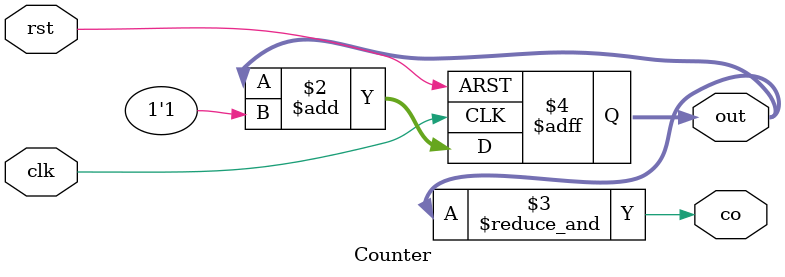
<source format=v>
module Counter #(parameter N = 8)
                (clk, rst, out, co);

    input clk, rst;
    output reg [N - 1:0] out;
    output co;
    
    always @(posedge clk or posedge rst) begin
        if (rst) out <= {N{1'b0}};
        else out = out + 1'b1;
    end

    assign co = &out;

endmodule

</source>
